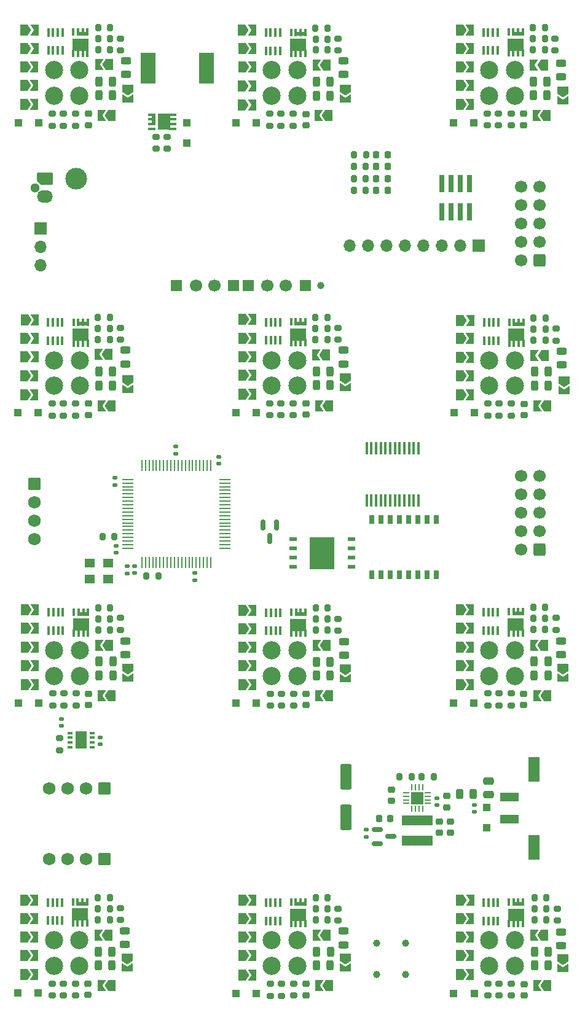
<source format=gts>
G04 #@! TF.GenerationSoftware,KiCad,Pcbnew,6.0.11-2627ca5db0~126~ubuntu20.04.1*
G04 #@! TF.CreationDate,2023-03-15T01:56:03+01:00*
G04 #@! TF.ProjectId,IOB_V4,494f425f-5634-42e6-9b69-6361645f7063,rev?*
G04 #@! TF.SameCoordinates,Original*
G04 #@! TF.FileFunction,Soldermask,Top*
G04 #@! TF.FilePolarity,Negative*
%FSLAX46Y46*%
G04 Gerber Fmt 4.6, Leading zero omitted, Abs format (unit mm)*
G04 Created by KiCad (PCBNEW 6.0.11-2627ca5db0~126~ubuntu20.04.1) date 2023-03-15 01:56:03*
%MOMM*%
%LPD*%
G01*
G04 APERTURE LIST*
G04 Aperture macros list*
%AMRoundRect*
0 Rectangle with rounded corners*
0 $1 Rounding radius*
0 $2 $3 $4 $5 $6 $7 $8 $9 X,Y pos of 4 corners*
0 Add a 4 corners polygon primitive as box body*
4,1,4,$2,$3,$4,$5,$6,$7,$8,$9,$2,$3,0*
0 Add four circle primitives for the rounded corners*
1,1,$1+$1,$2,$3*
1,1,$1+$1,$4,$5*
1,1,$1+$1,$6,$7*
1,1,$1+$1,$8,$9*
0 Add four rect primitives between the rounded corners*
20,1,$1+$1,$2,$3,$4,$5,0*
20,1,$1+$1,$4,$5,$6,$7,0*
20,1,$1+$1,$6,$7,$8,$9,0*
20,1,$1+$1,$8,$9,$2,$3,0*%
%AMFreePoly0*
4,1,6,1.000000,0.000000,0.500000,-0.750000,-0.500000,-0.750000,-0.500000,0.750000,0.500000,0.750000,1.000000,0.000000,1.000000,0.000000,$1*%
%AMFreePoly1*
4,1,6,0.500000,-0.750000,-0.650000,-0.750000,-0.150000,0.000000,-0.650000,0.750000,0.500000,0.750000,0.500000,-0.750000,0.500000,-0.750000,$1*%
%AMFreePoly2*
4,1,22,0.945671,0.830970,1.026777,0.776777,1.080970,0.695671,1.100000,0.600000,1.100000,-0.600000,1.080970,-0.695671,1.026777,-0.776777,0.945671,-0.830970,0.850000,-0.850000,-0.450000,-0.850000,-0.545671,-0.830970,-0.626779,-0.776774,-1.026777,-0.376777,-1.080970,-0.295671,-1.100000,-0.200000,-1.100000,0.600000,-1.080970,0.695671,-1.026777,0.776777,-0.945671,0.830970,-0.850000,0.850000,
0.850000,0.850000,0.945671,0.830970,0.945671,0.830970,$1*%
G04 Aperture macros list end*
%ADD10RoundRect,0.243750X-0.456250X0.243750X-0.456250X-0.243750X0.456250X-0.243750X0.456250X0.243750X0*%
%ADD11RoundRect,0.243750X0.243750X0.456250X-0.243750X0.456250X-0.243750X-0.456250X0.243750X-0.456250X0*%
%ADD12RoundRect,0.200000X-0.275000X0.200000X-0.275000X-0.200000X0.275000X-0.200000X0.275000X0.200000X0*%
%ADD13FreePoly0,270.000000*%
%ADD14FreePoly1,270.000000*%
%ADD15RoundRect,0.140000X-0.170000X0.140000X-0.170000X-0.140000X0.170000X-0.140000X0.170000X0.140000X0*%
%ADD16FreePoly0,0.000000*%
%ADD17FreePoly1,0.000000*%
%ADD18RoundRect,0.200000X0.275000X-0.200000X0.275000X0.200000X-0.275000X0.200000X-0.275000X-0.200000X0*%
%ADD19RoundRect,0.200000X-0.200000X-0.275000X0.200000X-0.275000X0.200000X0.275000X-0.200000X0.275000X0*%
%ADD20R,0.740000X2.400000*%
%ADD21RoundRect,0.218750X0.218750X0.256250X-0.218750X0.256250X-0.218750X-0.256250X0.218750X-0.256250X0*%
%ADD22RoundRect,0.140000X0.170000X-0.140000X0.170000X0.140000X-0.170000X0.140000X-0.170000X-0.140000X0*%
%ADD23RoundRect,0.200000X0.200000X0.275000X-0.200000X0.275000X-0.200000X-0.275000X0.200000X-0.275000X0*%
%ADD24RoundRect,0.225000X-0.250000X0.225000X-0.250000X-0.225000X0.250000X-0.225000X0.250000X0.225000X0*%
%ADD25R,0.340000X1.000000*%
%ADD26R,1.640000X0.500000*%
%ADD27R,2.290000X1.710000*%
%ADD28FreePoly0,180.000000*%
%ADD29FreePoly1,180.000000*%
%ADD30R,1.000000X0.500000*%
%ADD31R,3.500000X4.500000*%
%ADD32R,1.100000X1.100000*%
%ADD33RoundRect,0.150000X-0.150000X0.587500X-0.150000X-0.587500X0.150000X-0.587500X0.150000X0.587500X0*%
%ADD34R,0.450000X1.200000*%
%ADD35C,3.000000*%
%ADD36R,2.000000X4.200000*%
%ADD37RoundRect,0.250000X0.550000X-1.500000X0.550000X1.500000X-0.550000X1.500000X-0.550000X-1.500000X0*%
%ADD38RoundRect,0.225000X0.250000X-0.225000X0.250000X0.225000X-0.250000X0.225000X-0.250000X-0.225000X0*%
%ADD39RoundRect,0.225000X0.225000X0.250000X-0.225000X0.250000X-0.225000X-0.250000X0.225000X-0.250000X0*%
%ADD40C,1.300000*%
%ADD41FreePoly2,0.000000*%
%ADD42O,2.200000X1.700000*%
%ADD43R,0.760000X1.270000*%
%ADD44C,1.000000*%
%ADD45RoundRect,0.150000X-0.587500X-0.150000X0.587500X-0.150000X0.587500X0.150000X-0.587500X0.150000X0*%
%ADD46RoundRect,0.250000X0.475000X-0.250000X0.475000X0.250000X-0.475000X0.250000X-0.475000X-0.250000X0*%
%ADD47RoundRect,0.250000X0.600000X0.600000X-0.600000X0.600000X-0.600000X-0.600000X0.600000X-0.600000X0*%
%ADD48C,1.700000*%
%ADD49R,1.000000X0.340000*%
%ADD50R,0.500000X1.640000*%
%ADD51R,1.710000X2.290000*%
%ADD52R,2.540000X1.270000*%
%ADD53R,1.650000X3.430000*%
%ADD54R,4.200000X1.400000*%
%ADD55R,0.450000X1.750000*%
%ADD56RoundRect,0.250000X0.620000X0.620000X-0.620000X0.620000X-0.620000X-0.620000X0.620000X-0.620000X0*%
%ADD57C,1.740000*%
%ADD58R,1.700000X1.700000*%
%ADD59O,1.700000X1.700000*%
%ADD60R,0.650000X0.350000*%
%ADD61R,1.550000X2.400000*%
%ADD62RoundRect,0.062500X0.325000X0.062500X-0.325000X0.062500X-0.325000X-0.062500X0.325000X-0.062500X0*%
%ADD63RoundRect,0.062500X0.062500X0.325000X-0.062500X0.325000X-0.062500X-0.325000X0.062500X-0.325000X0*%
%ADD64R,1.750000X1.750000*%
%ADD65RoundRect,0.250000X-0.620000X0.620000X-0.620000X-0.620000X0.620000X-0.620000X0.620000X0.620000X0*%
%ADD66R,1.500000X1.500000*%
%ADD67R,1.400000X1.200000*%
%ADD68RoundRect,0.062500X0.062500X-0.675000X0.062500X0.675000X-0.062500X0.675000X-0.062500X-0.675000X0*%
%ADD69RoundRect,0.062500X0.675000X-0.062500X0.675000X0.062500X-0.675000X0.062500X-0.675000X-0.062500X0*%
%ADD70C,2.500000*%
G04 APERTURE END LIST*
D10*
X148100000Y-37262500D03*
X148100000Y-39137500D03*
X88000000Y-156925000D03*
X88000000Y-158800000D03*
X118100000Y-156962500D03*
X118100000Y-158837500D03*
X148100000Y-157062500D03*
X148100000Y-158937500D03*
X88100000Y-116962500D03*
X88100000Y-118837500D03*
X118200000Y-117062500D03*
X118200000Y-118937500D03*
X148100000Y-116962500D03*
X148100000Y-118837500D03*
X88100000Y-76862500D03*
X88100000Y-78737500D03*
X118100000Y-76862500D03*
X118100000Y-78737500D03*
X148200000Y-76962500D03*
X148200000Y-78837500D03*
X88200000Y-36962500D03*
X88200000Y-38837500D03*
X118100000Y-36962500D03*
X118100000Y-38837500D03*
D11*
X136007500Y-138020000D03*
X134132500Y-138020000D03*
X144262500Y-41720000D03*
X146137500Y-41720000D03*
X146187500Y-39810000D03*
X144312500Y-39810000D03*
X86257500Y-161680000D03*
X84382500Y-161680000D03*
X86257500Y-159775000D03*
X84382500Y-159775000D03*
X116317500Y-161700000D03*
X114442500Y-161700000D03*
X116322500Y-159800000D03*
X114447500Y-159800000D03*
X146317500Y-161700000D03*
X144442500Y-161700000D03*
X146322500Y-159795000D03*
X144447500Y-159795000D03*
X86357500Y-121690000D03*
X84482500Y-121690000D03*
X86357500Y-119750000D03*
X84482500Y-119750000D03*
X116317500Y-121720000D03*
X114442500Y-121720000D03*
X116317500Y-119820000D03*
X114442500Y-119820000D03*
X146297500Y-121670000D03*
X144422500Y-121670000D03*
X146297500Y-119770000D03*
X144422500Y-119770000D03*
X86307500Y-81710000D03*
X84432500Y-81710000D03*
X86317500Y-79810000D03*
X84442500Y-79810000D03*
X116297500Y-81670000D03*
X114422500Y-81670000D03*
X116307500Y-79770000D03*
X114432500Y-79770000D03*
X146347500Y-81720000D03*
X144472500Y-81720000D03*
X146347500Y-79820000D03*
X144472500Y-79820000D03*
X86317500Y-41720000D03*
X84442500Y-41720000D03*
X86317500Y-39820000D03*
X84442500Y-39820000D03*
X116292500Y-41755000D03*
X114417500Y-41755000D03*
X116297500Y-39850000D03*
X114422500Y-39850000D03*
D12*
X147300000Y-33875000D03*
X147300000Y-35525000D03*
X87400000Y-153775000D03*
X87400000Y-155425000D03*
X117400000Y-153875000D03*
X117400000Y-155525000D03*
X147600000Y-153875000D03*
X147600000Y-155525000D03*
X87400000Y-113775000D03*
X87400000Y-115425000D03*
X117400000Y-113875000D03*
X117400000Y-115525000D03*
X147400000Y-113775000D03*
X147400000Y-115425000D03*
X87400000Y-73775000D03*
X87400000Y-75425000D03*
X117400000Y-73775000D03*
X117400000Y-75425000D03*
X147400000Y-73875000D03*
X147400000Y-75525000D03*
X87400000Y-35525000D03*
X87400000Y-33875000D03*
X117400000Y-33875000D03*
X117400000Y-35525000D03*
D13*
X148400000Y-40975000D03*
D14*
X148400000Y-42425000D03*
D13*
X88300000Y-160575000D03*
D14*
X88300000Y-162025000D03*
D13*
X118400000Y-160575000D03*
D14*
X118400000Y-162025000D03*
D13*
X148400000Y-160675000D03*
D14*
X148400000Y-162125000D03*
D13*
X88450000Y-120575000D03*
D14*
X88450000Y-122025000D03*
D13*
X118400000Y-120650000D03*
D14*
X118400000Y-122100000D03*
D13*
X148400000Y-120575000D03*
D14*
X148400000Y-122025000D03*
D13*
X88400000Y-80800000D03*
D14*
X88400000Y-82250000D03*
D13*
X118400000Y-80575000D03*
D14*
X118400000Y-82025000D03*
D13*
X148500000Y-80975000D03*
D14*
X148500000Y-82425000D03*
D13*
X88400000Y-40775000D03*
D14*
X88400000Y-42225000D03*
D13*
X118400000Y-40750000D03*
D14*
X118400000Y-42200000D03*
D15*
X88300000Y-106650000D03*
X88300000Y-107610000D03*
D16*
X134175000Y-152690000D03*
D17*
X135625000Y-152690000D03*
D18*
X137970000Y-45875000D03*
X137970000Y-44225000D03*
D19*
X114295000Y-155410000D03*
X115945000Y-155410000D03*
D20*
X131670000Y-57750000D03*
X131670000Y-53850000D03*
X132940000Y-57750000D03*
X132940000Y-53850000D03*
X134210000Y-57750000D03*
X134210000Y-53850000D03*
X135480000Y-57750000D03*
X135480000Y-53850000D03*
D21*
X124237500Y-54800000D03*
X122662500Y-54800000D03*
D22*
X86800000Y-104760000D03*
X86800000Y-103800000D03*
D23*
X127525000Y-135650000D03*
X125875000Y-135650000D03*
D24*
X82980000Y-84225000D03*
X82980000Y-85775000D03*
D18*
X79490000Y-165835000D03*
X79490000Y-164185000D03*
D16*
X74165000Y-72710000D03*
D17*
X75615000Y-72710000D03*
D18*
X109530000Y-85805000D03*
X109530000Y-84155000D03*
D12*
X81280000Y-124185000D03*
X81280000Y-125835000D03*
D16*
X74205000Y-115220000D03*
D17*
X75655000Y-115220000D03*
D18*
X77970000Y-165835000D03*
X77970000Y-164185000D03*
D16*
X74105000Y-160310000D03*
D17*
X75555000Y-160310000D03*
D25*
X112235000Y-112990000D03*
X112885000Y-112990000D03*
X111585000Y-112990000D03*
D26*
X112235000Y-113240000D03*
D25*
X110935000Y-112990000D03*
X112885000Y-115890000D03*
X111585000Y-115890000D03*
X110935000Y-115890000D03*
D27*
X111910000Y-114735000D03*
D25*
X112235000Y-115890000D03*
D16*
X74135000Y-37820000D03*
D17*
X75585000Y-37820000D03*
D21*
X124237500Y-51550000D03*
X122662500Y-51550000D03*
D18*
X79550000Y-45885000D03*
X79550000Y-44235000D03*
D28*
X86225000Y-124500000D03*
D29*
X84775000Y-124500000D03*
D16*
X74105000Y-162960000D03*
D17*
X75555000Y-162960000D03*
D19*
X144315000Y-72400000D03*
X145965000Y-72400000D03*
D30*
X119200000Y-106735000D03*
X119200000Y-105465000D03*
X119200000Y-104195000D03*
X119200000Y-102925000D03*
X111200000Y-102925000D03*
X111200000Y-104195000D03*
X111200000Y-105465000D03*
X111200000Y-106735000D03*
D31*
X115200000Y-104830000D03*
D23*
X85975000Y-33940000D03*
X84325000Y-33940000D03*
D12*
X111210000Y-84175000D03*
X111210000Y-85825000D03*
D16*
X74145000Y-77790000D03*
D17*
X75595000Y-77790000D03*
D23*
X145925000Y-113860000D03*
X144275000Y-113860000D03*
D24*
X82990000Y-44275000D03*
X82990000Y-45825000D03*
D12*
X141280000Y-84235000D03*
X141280000Y-85885000D03*
D28*
X85825000Y-77400000D03*
D29*
X84375000Y-77400000D03*
D28*
X116225000Y-124500000D03*
D29*
X114775000Y-124500000D03*
D16*
X104125000Y-40400000D03*
D17*
X105575000Y-40400000D03*
D32*
X136132500Y-165530000D03*
X133332500Y-165530000D03*
D16*
X74205000Y-117780000D03*
D17*
X75655000Y-117780000D03*
D16*
X104165000Y-122970000D03*
D17*
X105615000Y-122970000D03*
D16*
X104165000Y-160350000D03*
D17*
X105615000Y-160350000D03*
D16*
X134175000Y-72730000D03*
D17*
X135625000Y-72730000D03*
D28*
X146225000Y-164500000D03*
D29*
X144775000Y-164500000D03*
D33*
X108930000Y-100922500D03*
X107030000Y-100922500D03*
X107980000Y-102797500D03*
D16*
X104165000Y-152680000D03*
D17*
X105615000Y-152680000D03*
D16*
X104135000Y-35270000D03*
D17*
X105585000Y-35270000D03*
D28*
X116225000Y-164500000D03*
D29*
X114775000Y-164500000D03*
D26*
X112215000Y-33265000D03*
D25*
X112215000Y-33015000D03*
X111565000Y-33015000D03*
X112865000Y-33015000D03*
X110915000Y-33015000D03*
D27*
X111890000Y-34760000D03*
D25*
X110915000Y-35915000D03*
X112215000Y-35915000D03*
X112865000Y-35915000D03*
X111565000Y-35915000D03*
D18*
X139540000Y-125815000D03*
X139540000Y-124165000D03*
D28*
X145875000Y-77550000D03*
D29*
X144425000Y-77550000D03*
D18*
X108040000Y-165865000D03*
X108040000Y-164215000D03*
D32*
X136080000Y-45480000D03*
X133280000Y-45480000D03*
D22*
X121275000Y-143955000D03*
X121275000Y-142995000D03*
D19*
X84325000Y-32420000D03*
X85975000Y-32420000D03*
D16*
X104165000Y-117810000D03*
D17*
X105615000Y-117810000D03*
D19*
X114275000Y-72360000D03*
X115925000Y-72360000D03*
D12*
X141260000Y-164205000D03*
X141260000Y-165855000D03*
D28*
X86225000Y-164500000D03*
D29*
X84775000Y-164500000D03*
D28*
X115835000Y-117540000D03*
D29*
X114385000Y-117540000D03*
D16*
X104165000Y-162980000D03*
D17*
X105615000Y-162980000D03*
D19*
X114295000Y-112390000D03*
X115945000Y-112390000D03*
D18*
X138050000Y-85885000D03*
X138050000Y-84235000D03*
D16*
X104165000Y-115250000D03*
D17*
X105615000Y-115250000D03*
D19*
X84945000Y-102530000D03*
X86595000Y-102530000D03*
D16*
X104145000Y-72620000D03*
D17*
X105595000Y-72620000D03*
D34*
X107485000Y-115540000D03*
X108135000Y-115540000D03*
X108785000Y-115540000D03*
X109435000Y-115540000D03*
X109435000Y-113040000D03*
X108785000Y-113040000D03*
X108135000Y-113040000D03*
X107485000Y-113040000D03*
D35*
X81350000Y-53200000D03*
D12*
X111250000Y-164205000D03*
X111250000Y-165855000D03*
D16*
X134105000Y-37800000D03*
D17*
X135555000Y-37800000D03*
D16*
X104165000Y-155230000D03*
D17*
X105615000Y-155230000D03*
D28*
X115805000Y-77500000D03*
D29*
X114355000Y-77500000D03*
D16*
X104165000Y-120360000D03*
D17*
X105615000Y-120360000D03*
D22*
X95040000Y-91100000D03*
X95040000Y-90140000D03*
D16*
X134105000Y-40360000D03*
D17*
X135555000Y-40360000D03*
D22*
X84600000Y-131205000D03*
X84600000Y-130245000D03*
D23*
X85925000Y-73890000D03*
X84275000Y-73890000D03*
D28*
X145790000Y-37550000D03*
D29*
X144340000Y-37550000D03*
D16*
X104125000Y-32730000D03*
D17*
X105575000Y-32730000D03*
D36*
X91250000Y-38000000D03*
X99250000Y-38000000D03*
D28*
X116225000Y-84500000D03*
D29*
X114775000Y-84500000D03*
D25*
X141575000Y-152970000D03*
X142225000Y-152970000D03*
D26*
X142225000Y-153220000D03*
D25*
X142875000Y-152970000D03*
X140925000Y-152970000D03*
X142225000Y-155870000D03*
X140925000Y-155870000D03*
X142875000Y-155870000D03*
X141575000Y-155870000D03*
D27*
X141900000Y-154715000D03*
D23*
X145895000Y-33910000D03*
X144245000Y-33910000D03*
D19*
X119575000Y-53175000D03*
X121225000Y-53175000D03*
D37*
X118500000Y-141250000D03*
X118500000Y-135650000D03*
D19*
X144245000Y-32390000D03*
X145895000Y-32390000D03*
D28*
X145835000Y-117520000D03*
D29*
X144385000Y-117520000D03*
D16*
X104165000Y-157790000D03*
D17*
X105615000Y-157790000D03*
D16*
X134165000Y-155230000D03*
D17*
X135615000Y-155230000D03*
D38*
X132350000Y-139875000D03*
X132350000Y-138325000D03*
D32*
X136170000Y-85500000D03*
X133370000Y-85500000D03*
D25*
X112855000Y-152970000D03*
D26*
X112205000Y-153220000D03*
D25*
X112205000Y-152970000D03*
X111555000Y-152970000D03*
X110905000Y-152970000D03*
X112205000Y-155870000D03*
D27*
X111880000Y-154715000D03*
D25*
X111555000Y-155870000D03*
X112855000Y-155870000D03*
X110905000Y-155870000D03*
D18*
X78020000Y-45885000D03*
X78020000Y-44235000D03*
D28*
X86225000Y-84500000D03*
D29*
X84775000Y-84500000D03*
D39*
X124575000Y-141400000D03*
X123025000Y-141400000D03*
D18*
X138020000Y-125815000D03*
X138020000Y-124165000D03*
X79000000Y-132025000D03*
X79000000Y-130375000D03*
D19*
X84315000Y-112360000D03*
X85965000Y-112360000D03*
X114295000Y-152370000D03*
X115945000Y-152370000D03*
D18*
X92320000Y-49065000D03*
X92320000Y-47415000D03*
D16*
X134145000Y-115200000D03*
D17*
X135595000Y-115200000D03*
D25*
X82855000Y-33000000D03*
D26*
X82205000Y-33250000D03*
D25*
X82205000Y-33000000D03*
X81555000Y-33000000D03*
X80905000Y-33000000D03*
X82205000Y-35900000D03*
D27*
X81880000Y-34745000D03*
D25*
X81555000Y-35900000D03*
X82855000Y-35900000D03*
X80905000Y-35900000D03*
D24*
X82920000Y-164205000D03*
X82920000Y-165755000D03*
D34*
X77425000Y-155500000D03*
X78075000Y-155500000D03*
X78725000Y-155500000D03*
X79375000Y-155500000D03*
X79375000Y-153000000D03*
X78725000Y-153000000D03*
X78075000Y-153000000D03*
X77425000Y-153000000D03*
D40*
X75660000Y-54450000D03*
D41*
X77000000Y-53200000D03*
D42*
X77000000Y-55700000D03*
D23*
X115945000Y-153890000D03*
X114295000Y-153890000D03*
X115945000Y-113910000D03*
X114295000Y-113910000D03*
D28*
X85855000Y-37500000D03*
D29*
X84405000Y-37500000D03*
D16*
X134165000Y-160350000D03*
D17*
X135615000Y-160350000D03*
D18*
X109500000Y-45905000D03*
X109500000Y-44255000D03*
D24*
X112960000Y-84195000D03*
X112960000Y-85745000D03*
D34*
X107455000Y-155530000D03*
X108105000Y-155530000D03*
X108755000Y-155530000D03*
X109405000Y-155530000D03*
X109405000Y-153030000D03*
X108755000Y-153030000D03*
X108105000Y-153030000D03*
X107455000Y-153030000D03*
D43*
X122065000Y-107860000D03*
X123335000Y-107860000D03*
X124605000Y-107860000D03*
X125875000Y-107860000D03*
X127145000Y-107860000D03*
X128415000Y-107860000D03*
X129685000Y-107860000D03*
X130955000Y-107860000D03*
X130955000Y-100240000D03*
X129685000Y-100240000D03*
X128415000Y-100240000D03*
X127145000Y-100240000D03*
X125875000Y-100240000D03*
X124605000Y-100240000D03*
X123335000Y-100240000D03*
X122065000Y-100240000D03*
D19*
X114295000Y-115430000D03*
X115945000Y-115430000D03*
D25*
X112205000Y-72950000D03*
X112855000Y-72950000D03*
X111555000Y-72950000D03*
D26*
X112205000Y-73200000D03*
D25*
X110905000Y-72950000D03*
X112855000Y-75850000D03*
X112205000Y-75850000D03*
X110905000Y-75850000D03*
D27*
X111880000Y-74695000D03*
D25*
X111555000Y-75850000D03*
D19*
X84275000Y-155400000D03*
X85925000Y-155400000D03*
D16*
X104135000Y-37830000D03*
D17*
X105585000Y-37830000D03*
D44*
X126700000Y-158640000D03*
D18*
X139490000Y-45875000D03*
X139490000Y-44225000D03*
D19*
X119575000Y-51550000D03*
X121225000Y-51550000D03*
D16*
X134105000Y-35240000D03*
D17*
X135555000Y-35240000D03*
D28*
X86225000Y-44500000D03*
D29*
X84775000Y-44500000D03*
D28*
X85875000Y-117520000D03*
D29*
X84425000Y-117520000D03*
D16*
X74145000Y-75230000D03*
D17*
X75595000Y-75230000D03*
D23*
X115945000Y-33950000D03*
X114295000Y-33950000D03*
D45*
X122812500Y-142975000D03*
X122812500Y-144875000D03*
X124687500Y-143925000D03*
D19*
X119580000Y-49915000D03*
X121230000Y-49915000D03*
D34*
X77515000Y-115510000D03*
X78165000Y-115510000D03*
X78815000Y-115510000D03*
X79465000Y-115510000D03*
X79465000Y-113010000D03*
X78815000Y-113010000D03*
X78165000Y-113010000D03*
X77515000Y-113010000D03*
D16*
X74115000Y-157760000D03*
D17*
X75565000Y-157760000D03*
D18*
X108040000Y-125875000D03*
X108040000Y-124225000D03*
D19*
X84325000Y-35460000D03*
X85975000Y-35460000D03*
D16*
X134165000Y-162910000D03*
D17*
X135615000Y-162910000D03*
D16*
X74115000Y-152650000D03*
D17*
X75565000Y-152650000D03*
D16*
X74135000Y-42990000D03*
D17*
X75585000Y-42990000D03*
D24*
X142960000Y-44275000D03*
X142960000Y-45825000D03*
D16*
X104175000Y-112710000D03*
D17*
X105625000Y-112710000D03*
D46*
X138100000Y-138125000D03*
X138100000Y-136225000D03*
D28*
X115835000Y-37570000D03*
D29*
X114385000Y-37570000D03*
D16*
X104125000Y-43010000D03*
D17*
X105575000Y-43010000D03*
D19*
X144315000Y-75440000D03*
X145965000Y-75440000D03*
D47*
X145112500Y-64460000D03*
D48*
X142572500Y-64460000D03*
X145112500Y-61920000D03*
X142572500Y-61920000D03*
X145112500Y-59380000D03*
X142572500Y-59380000D03*
X145112500Y-56840000D03*
X142572500Y-56840000D03*
X145112500Y-54300000D03*
X142572500Y-54300000D03*
D16*
X134155000Y-82990000D03*
D17*
X135605000Y-82990000D03*
D19*
X144275000Y-115380000D03*
X145925000Y-115380000D03*
D12*
X81230000Y-84215000D03*
X81230000Y-85865000D03*
D34*
X107475000Y-75490000D03*
X108125000Y-75490000D03*
X108775000Y-75490000D03*
X109425000Y-75490000D03*
X109425000Y-72990000D03*
X108775000Y-72990000D03*
X108125000Y-72990000D03*
X107475000Y-72990000D03*
D32*
X136092500Y-125490000D03*
X133292500Y-125490000D03*
D19*
X114295000Y-35470000D03*
X115945000Y-35470000D03*
D32*
X106142500Y-165520000D03*
X103342500Y-165520000D03*
D29*
X144685000Y-44500000D03*
D28*
X146135000Y-44500000D03*
D32*
X106152500Y-125540000D03*
X103352500Y-125540000D03*
D49*
X91695000Y-45035000D03*
X91695000Y-44385000D03*
D50*
X91945000Y-45035000D03*
D49*
X91695000Y-45685000D03*
X91695000Y-46335000D03*
X94595000Y-45685000D03*
X94595000Y-44385000D03*
X94595000Y-46335000D03*
D51*
X93440000Y-45360000D03*
D49*
X94595000Y-45035000D03*
D16*
X74145000Y-35260000D03*
D17*
X75595000Y-35260000D03*
D21*
X124237500Y-53175000D03*
X122662500Y-53175000D03*
D12*
X141220000Y-44225000D03*
X141220000Y-45875000D03*
D23*
X85925000Y-153880000D03*
X84275000Y-153880000D03*
D34*
X77445000Y-75520000D03*
X78095000Y-75520000D03*
X78745000Y-75520000D03*
X79395000Y-75520000D03*
X79395000Y-73020000D03*
X78745000Y-73020000D03*
X78095000Y-73020000D03*
X77445000Y-73020000D03*
X137515000Y-75540000D03*
X138165000Y-75540000D03*
X138815000Y-75540000D03*
X139465000Y-75540000D03*
X139465000Y-73040000D03*
X138815000Y-73040000D03*
X138165000Y-73040000D03*
X137515000Y-73040000D03*
D16*
X104135000Y-77760000D03*
D17*
X105585000Y-77760000D03*
D44*
X126700000Y-162950000D03*
D18*
X109560000Y-165865000D03*
X109560000Y-164215000D03*
D16*
X134165000Y-157780000D03*
D17*
X135615000Y-157780000D03*
D12*
X141230000Y-124185000D03*
X141230000Y-125835000D03*
D18*
X78060000Y-125845000D03*
X78060000Y-124195000D03*
X139550000Y-165855000D03*
X139550000Y-164205000D03*
D16*
X134165000Y-75260000D03*
D17*
X135615000Y-75260000D03*
D52*
X140980000Y-138500000D03*
X140980000Y-141500000D03*
D53*
X144400000Y-134615000D03*
X144400000Y-145385000D03*
D16*
X104135000Y-75210000D03*
D17*
X105585000Y-75210000D03*
D16*
X104135000Y-82920000D03*
D17*
X105585000Y-82920000D03*
D25*
X82885000Y-72980000D03*
X82235000Y-72980000D03*
D26*
X82235000Y-73230000D03*
D25*
X81585000Y-72980000D03*
X80935000Y-72980000D03*
X82885000Y-75880000D03*
X81585000Y-75880000D03*
X80935000Y-75880000D03*
X82235000Y-75880000D03*
D27*
X81910000Y-74725000D03*
D12*
X81240000Y-44235000D03*
X81240000Y-45885000D03*
D22*
X79300000Y-128680000D03*
X79300000Y-127720000D03*
D16*
X134145000Y-117770000D03*
D17*
X135595000Y-117770000D03*
D54*
X128275000Y-141650000D03*
X128275000Y-144450000D03*
D16*
X74135000Y-82980000D03*
D17*
X75585000Y-82980000D03*
D18*
X78040000Y-85865000D03*
X78040000Y-84215000D03*
D38*
X124725000Y-138975000D03*
X124725000Y-137425000D03*
D24*
X143010000Y-84285000D03*
X143010000Y-85835000D03*
D16*
X134165000Y-80380000D03*
D17*
X135615000Y-80380000D03*
D55*
X128475000Y-90380000D03*
X127825000Y-90380000D03*
X127175000Y-90380000D03*
X126525000Y-90380000D03*
X125875000Y-90380000D03*
X125225000Y-90380000D03*
X124575000Y-90380000D03*
X123925000Y-90380000D03*
X123275000Y-90380000D03*
X122625000Y-90380000D03*
X121975000Y-90380000D03*
X121325000Y-90380000D03*
X121325000Y-97580000D03*
X121975000Y-97580000D03*
X122625000Y-97580000D03*
X123275000Y-97580000D03*
X123925000Y-97580000D03*
X124575000Y-97580000D03*
X125225000Y-97580000D03*
X125875000Y-97580000D03*
X126525000Y-97580000D03*
X127175000Y-97580000D03*
X127825000Y-97580000D03*
X128475000Y-97580000D03*
D18*
X79560000Y-85865000D03*
X79560000Y-84215000D03*
D16*
X134105000Y-42950000D03*
D17*
X135555000Y-42950000D03*
D19*
X144445000Y-155420000D03*
X146095000Y-155420000D03*
X114285000Y-32430000D03*
X115935000Y-32430000D03*
D16*
X74195000Y-122950000D03*
D17*
X75645000Y-122950000D03*
D16*
X134115000Y-122940000D03*
D17*
X135565000Y-122940000D03*
D56*
X85220000Y-137260000D03*
D57*
X82680000Y-137260000D03*
X80140000Y-137260000D03*
X77600000Y-137260000D03*
D58*
X136725000Y-62450000D03*
D59*
X134185000Y-62450000D03*
X131645000Y-62450000D03*
X129105000Y-62450000D03*
X126565000Y-62450000D03*
X124025000Y-62450000D03*
X121485000Y-62450000D03*
X118945000Y-62450000D03*
D60*
X83550000Y-131575000D03*
X83550000Y-130925000D03*
X83550000Y-130275000D03*
X83550000Y-129625000D03*
X80450000Y-129625000D03*
X80450000Y-130275000D03*
X80450000Y-130925000D03*
X80450000Y-131575000D03*
D61*
X82000000Y-130600000D03*
D62*
X129737500Y-139350000D03*
X129737500Y-138850000D03*
X129737500Y-138350000D03*
X129737500Y-137850000D03*
D63*
X129025000Y-137137500D03*
X128525000Y-137137500D03*
X128025000Y-137137500D03*
X127525000Y-137137500D03*
D62*
X126812500Y-137850000D03*
X126812500Y-138350000D03*
X126812500Y-138850000D03*
X126812500Y-139350000D03*
D63*
X127525000Y-140062500D03*
X128025000Y-140062500D03*
X128525000Y-140062500D03*
X129025000Y-140062500D03*
D64*
X128275000Y-138600000D03*
D28*
X146225000Y-124500000D03*
D29*
X144775000Y-124500000D03*
D32*
X76080000Y-165510000D03*
X73280000Y-165510000D03*
D23*
X145965000Y-73920000D03*
X144315000Y-73920000D03*
D12*
X111280000Y-124235000D03*
X111280000Y-125885000D03*
D65*
X75550000Y-95290000D03*
D57*
X75550000Y-97830000D03*
X75550000Y-100370000D03*
X75550000Y-102910000D03*
D19*
X144275000Y-112340000D03*
X145925000Y-112340000D03*
D22*
X100960000Y-92500000D03*
X100960000Y-91540000D03*
D28*
X146225000Y-84500000D03*
D29*
X144775000Y-84500000D03*
D19*
X128925000Y-135650000D03*
X130575000Y-135650000D03*
D32*
X96550000Y-45500000D03*
X96550000Y-48300000D03*
D28*
X145835000Y-157530000D03*
D29*
X144385000Y-157530000D03*
D34*
X137415000Y-35550000D03*
X138065000Y-35550000D03*
X138715000Y-35550000D03*
X139365000Y-35550000D03*
X139365000Y-33050000D03*
X138715000Y-33050000D03*
X138065000Y-33050000D03*
X137415000Y-33050000D03*
D16*
X74195000Y-120330000D03*
D17*
X75645000Y-120330000D03*
D24*
X112990000Y-164235000D03*
X112990000Y-165785000D03*
D23*
X85965000Y-113880000D03*
X84315000Y-113880000D03*
D56*
X85200000Y-147000000D03*
D57*
X82660000Y-147000000D03*
X80120000Y-147000000D03*
X77580000Y-147000000D03*
D34*
X77475000Y-35540000D03*
X78125000Y-35540000D03*
X78775000Y-35540000D03*
X79425000Y-35540000D03*
X79425000Y-33040000D03*
X78775000Y-33040000D03*
X78125000Y-33040000D03*
X77475000Y-33040000D03*
D16*
X134155000Y-112680000D03*
D17*
X135605000Y-112680000D03*
D58*
X76400000Y-60060000D03*
D59*
X76400000Y-62600000D03*
X76400000Y-65140000D03*
D23*
X115925000Y-73880000D03*
X114275000Y-73880000D03*
D34*
X137465000Y-155540000D03*
X138115000Y-155540000D03*
X138765000Y-155540000D03*
X139415000Y-155540000D03*
X139415000Y-153040000D03*
X138765000Y-153040000D03*
X138115000Y-153040000D03*
X137465000Y-153040000D03*
D24*
X83030000Y-124245000D03*
X83030000Y-125795000D03*
D28*
X85795000Y-157490000D03*
D29*
X84345000Y-157490000D03*
D15*
X89310000Y-106640000D03*
X89310000Y-107600000D03*
D44*
X122675000Y-162900000D03*
D18*
X108010000Y-85805000D03*
X108010000Y-84155000D03*
D32*
X76180000Y-125510000D03*
X73380000Y-125510000D03*
D16*
X74145000Y-32740000D03*
D17*
X75595000Y-32740000D03*
D22*
X130975000Y-139580000D03*
X130975000Y-138620000D03*
D19*
X144245000Y-35430000D03*
X145895000Y-35430000D03*
D16*
X74135000Y-40380000D03*
D17*
X75585000Y-40380000D03*
D44*
X115020000Y-67950000D03*
D19*
X114275000Y-75400000D03*
X115925000Y-75400000D03*
D16*
X74215000Y-112680000D03*
D17*
X75665000Y-112680000D03*
D48*
X100320000Y-67920000D03*
D66*
X102950000Y-67920000D03*
D48*
X97780000Y-67920000D03*
D66*
X95150000Y-67920000D03*
D32*
X76160000Y-45520000D03*
X73360000Y-45520000D03*
D16*
X134135000Y-120320000D03*
D17*
X135585000Y-120320000D03*
D25*
X141625000Y-72995000D03*
D26*
X142275000Y-73245000D03*
D25*
X142925000Y-72995000D03*
X142275000Y-72995000D03*
X140975000Y-72995000D03*
D27*
X141950000Y-74740000D03*
D25*
X141625000Y-75895000D03*
X142275000Y-75895000D03*
X142925000Y-75895000D03*
X140975000Y-75895000D03*
D32*
X106130000Y-85480000D03*
X103330000Y-85480000D03*
D12*
X93870000Y-47415000D03*
X93870000Y-49065000D03*
D15*
X136150000Y-139570000D03*
X136150000Y-140530000D03*
D18*
X79580000Y-125845000D03*
X79580000Y-124195000D03*
D25*
X142185000Y-32980000D03*
D26*
X142185000Y-33230000D03*
D25*
X141535000Y-32980000D03*
X142835000Y-32980000D03*
X140885000Y-32980000D03*
X141535000Y-35880000D03*
X142185000Y-35880000D03*
X142835000Y-35880000D03*
X140885000Y-35880000D03*
D27*
X141860000Y-34725000D03*
D67*
X83210000Y-108440000D03*
X85750000Y-108440000D03*
X85750000Y-106240000D03*
X83210000Y-106240000D03*
D24*
X131325000Y-141825000D03*
X131325000Y-143375000D03*
D34*
X137445000Y-115490000D03*
X138095000Y-115490000D03*
X138745000Y-115490000D03*
X139395000Y-115490000D03*
X139395000Y-112990000D03*
X138745000Y-112990000D03*
X138095000Y-112990000D03*
X137445000Y-112990000D03*
D25*
X142855000Y-112940000D03*
X142205000Y-112940000D03*
D26*
X142205000Y-113190000D03*
D25*
X141555000Y-112940000D03*
X140905000Y-112940000D03*
D27*
X141880000Y-114685000D03*
D25*
X142855000Y-115840000D03*
X140905000Y-115840000D03*
X141555000Y-115840000D03*
X142205000Y-115840000D03*
D24*
X142990000Y-164265000D03*
X142990000Y-165815000D03*
D18*
X109560000Y-125875000D03*
X109560000Y-124225000D03*
D19*
X144445000Y-152380000D03*
X146095000Y-152380000D03*
D24*
X112950000Y-44295000D03*
X112950000Y-45845000D03*
D21*
X124237500Y-49925000D03*
X122662500Y-49925000D03*
D19*
X84275000Y-75410000D03*
X85925000Y-75410000D03*
D32*
X137900000Y-139875000D03*
X137900000Y-142675000D03*
D18*
X138030000Y-165855000D03*
X138030000Y-164205000D03*
D32*
X106110000Y-45530000D03*
X103310000Y-45530000D03*
D18*
X107980000Y-45905000D03*
X107980000Y-44255000D03*
D24*
X112980000Y-124255000D03*
X112980000Y-125805000D03*
X132875000Y-141825000D03*
X132875000Y-143375000D03*
D22*
X86670000Y-95430000D03*
X86670000Y-94470000D03*
D16*
X104135000Y-80330000D03*
D17*
X105585000Y-80330000D03*
D24*
X142960000Y-124205000D03*
X142960000Y-125755000D03*
D18*
X139570000Y-85885000D03*
X139570000Y-84235000D03*
D19*
X119575000Y-54800000D03*
X121225000Y-54800000D03*
D28*
X115835000Y-157530000D03*
D29*
X114385000Y-157530000D03*
D68*
X90350000Y-106107500D03*
X90850000Y-106107500D03*
X91350000Y-106107500D03*
X91850000Y-106107500D03*
X92350000Y-106107500D03*
X92850000Y-106107500D03*
X93350000Y-106107500D03*
X93850000Y-106107500D03*
X94350000Y-106107500D03*
X94850000Y-106107500D03*
X95350000Y-106107500D03*
X95850000Y-106107500D03*
X96350000Y-106107500D03*
X96850000Y-106107500D03*
X97350000Y-106107500D03*
X97850000Y-106107500D03*
X98350000Y-106107500D03*
X98850000Y-106107500D03*
X99350000Y-106107500D03*
X99850000Y-106107500D03*
D69*
X101787500Y-104170000D03*
X101787500Y-103670000D03*
X101787500Y-103170000D03*
X101787500Y-102670000D03*
X101787500Y-102170000D03*
X101787500Y-101670000D03*
X101787500Y-101170000D03*
X101787500Y-100670000D03*
X101787500Y-100170000D03*
X101787500Y-99670000D03*
X101787500Y-99170000D03*
X101787500Y-98670000D03*
X101787500Y-98170000D03*
X101787500Y-97670000D03*
X101787500Y-97170000D03*
X101787500Y-96670000D03*
X101787500Y-96170000D03*
X101787500Y-95670000D03*
X101787500Y-95170000D03*
X101787500Y-94670000D03*
D68*
X99850000Y-92732500D03*
X99350000Y-92732500D03*
X98850000Y-92732500D03*
X98350000Y-92732500D03*
X97850000Y-92732500D03*
X97350000Y-92732500D03*
X96850000Y-92732500D03*
X96350000Y-92732500D03*
X95850000Y-92732500D03*
X95350000Y-92732500D03*
X94850000Y-92732500D03*
X94350000Y-92732500D03*
X93850000Y-92732500D03*
X93350000Y-92732500D03*
X92850000Y-92732500D03*
X92350000Y-92732500D03*
X91850000Y-92732500D03*
X91350000Y-92732500D03*
X90850000Y-92732500D03*
X90350000Y-92732500D03*
D69*
X88412500Y-94670000D03*
X88412500Y-95170000D03*
X88412500Y-95670000D03*
X88412500Y-96170000D03*
X88412500Y-96670000D03*
X88412500Y-97170000D03*
X88412500Y-97670000D03*
X88412500Y-98170000D03*
X88412500Y-98670000D03*
X88412500Y-99170000D03*
X88412500Y-99670000D03*
X88412500Y-100170000D03*
X88412500Y-100670000D03*
X88412500Y-101170000D03*
X88412500Y-101670000D03*
X88412500Y-102170000D03*
X88412500Y-102670000D03*
X88412500Y-103170000D03*
X88412500Y-103670000D03*
X88412500Y-104170000D03*
D16*
X134165000Y-77810000D03*
D17*
X135615000Y-77810000D03*
D25*
X81495000Y-152935000D03*
X82145000Y-152935000D03*
X82795000Y-152935000D03*
D26*
X82145000Y-153185000D03*
D25*
X80845000Y-152935000D03*
D27*
X81820000Y-154680000D03*
D25*
X82795000Y-155835000D03*
X81495000Y-155835000D03*
X82145000Y-155835000D03*
X80845000Y-155835000D03*
X82935000Y-112970000D03*
X81635000Y-112970000D03*
D26*
X82285000Y-113220000D03*
D25*
X82285000Y-112970000D03*
X80985000Y-112970000D03*
X82285000Y-115870000D03*
X80985000Y-115870000D03*
D27*
X81960000Y-114715000D03*
D25*
X81635000Y-115870000D03*
X82935000Y-115870000D03*
D12*
X111220000Y-44265000D03*
X111220000Y-45915000D03*
D28*
X116125000Y-44500000D03*
D29*
X114675000Y-44500000D03*
D23*
X146095000Y-153900000D03*
X144445000Y-153900000D03*
D44*
X122675000Y-158640000D03*
D19*
X84275000Y-152360000D03*
X85925000Y-152360000D03*
D32*
X76100000Y-85480000D03*
X73300000Y-85480000D03*
D34*
X107455000Y-35560000D03*
X108105000Y-35560000D03*
X108755000Y-35560000D03*
X109405000Y-35560000D03*
X109405000Y-33060000D03*
X108755000Y-33060000D03*
X108105000Y-33060000D03*
X107455000Y-33060000D03*
D16*
X74115000Y-155200000D03*
D17*
X75565000Y-155200000D03*
D19*
X90975000Y-107970000D03*
X92625000Y-107970000D03*
D16*
X74135000Y-80350000D03*
D17*
X75585000Y-80350000D03*
D15*
X97610000Y-107580000D03*
X97610000Y-108540000D03*
D12*
X81200000Y-164175000D03*
X81200000Y-165825000D03*
D16*
X134115000Y-32680000D03*
D17*
X135565000Y-32680000D03*
D19*
X84275000Y-72370000D03*
X85925000Y-72370000D03*
D66*
X105050000Y-67920000D03*
D48*
X107680000Y-67920000D03*
X110220000Y-67920000D03*
D66*
X112850000Y-67920000D03*
D47*
X145152500Y-104310000D03*
D48*
X142612500Y-104310000D03*
X145152500Y-101770000D03*
X142612500Y-101770000D03*
X145152500Y-99230000D03*
X142612500Y-99230000D03*
X145152500Y-96690000D03*
X142612500Y-96690000D03*
X145152500Y-94150000D03*
X142612500Y-94150000D03*
D19*
X84315000Y-115400000D03*
X85965000Y-115400000D03*
D70*
X111777767Y-118232233D03*
X108242233Y-118232233D03*
X108242233Y-121767767D03*
X111777767Y-121767767D03*
X111767767Y-158232233D03*
X108232233Y-158232233D03*
X108232233Y-161767767D03*
X111767767Y-161767767D03*
X141767767Y-38232233D03*
X138232233Y-38232233D03*
X138232233Y-41767767D03*
X141767767Y-41767767D03*
X81777767Y-118232233D03*
X78242233Y-118232233D03*
X78242233Y-121767767D03*
X81777767Y-121767767D03*
X141767767Y-78242233D03*
X138232233Y-78242233D03*
X138232233Y-81777767D03*
X141767767Y-81777767D03*
X81767767Y-158232233D03*
X78232233Y-158232233D03*
X78232233Y-161767767D03*
X81767767Y-161767767D03*
X81767767Y-38232233D03*
X78232233Y-38232233D03*
X78232233Y-41767767D03*
X81767767Y-41767767D03*
X111767767Y-38232233D03*
X108232233Y-38232233D03*
X108232233Y-41767767D03*
X111767767Y-41767767D03*
X111767767Y-78232233D03*
X108232233Y-78232233D03*
X108232233Y-81767767D03*
X111767767Y-81767767D03*
X141767767Y-118232233D03*
X138232233Y-118232233D03*
X138232233Y-121767767D03*
X141767767Y-121767767D03*
X81777767Y-78232233D03*
X78242233Y-78232233D03*
X78242233Y-81767767D03*
X81777767Y-81767767D03*
X141767767Y-158232233D03*
X138232233Y-158232233D03*
X138232233Y-161767767D03*
X141767767Y-161767767D03*
M02*

</source>
